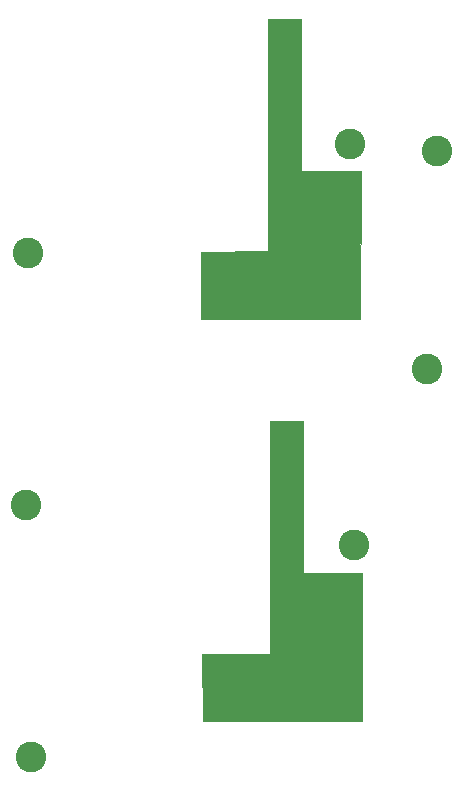
<source format=gbr>
%TF.GenerationSoftware,KiCad,Pcbnew,5.1.6-c6e7f7d~87~ubuntu18.04.1*%
%TF.CreationDate,2021-01-11T16:49:14+13:00*%
%TF.ProjectId,Dual Output Converter,4475616c-204f-4757-9470-757420436f6e,rev?*%
%TF.SameCoordinates,Original*%
%TF.FileFunction,Copper,L2,Bot*%
%TF.FilePolarity,Positive*%
%FSLAX46Y46*%
G04 Gerber Fmt 4.6, Leading zero omitted, Abs format (unit mm)*
G04 Created by KiCad (PCBNEW 5.1.6-c6e7f7d~87~ubuntu18.04.1) date 2021-01-11 16:49:14*
%MOMM*%
%LPD*%
G01*
G04 APERTURE LIST*
%TA.AperFunction,NonConductor*%
%ADD10C,0.100000*%
%TD*%
%TA.AperFunction,ComponentPad*%
%ADD11C,2.600000*%
%TD*%
%TA.AperFunction,Conductor*%
%ADD12R,2.950000X4.500000*%
%TD*%
%TA.AperFunction,ViaPad*%
%ADD13C,0.600000*%
%TD*%
G04 APERTURE END LIST*
D10*
G36*
X92303600Y-98044000D02*
G01*
X92278200Y-102387400D01*
X97332800Y-102387400D01*
X97307400Y-114909600D01*
X83820000Y-114909600D01*
X83794600Y-109220000D01*
X89484200Y-109194600D01*
X89509600Y-93218000D01*
X89509600Y-89509600D01*
X92303600Y-89509600D01*
X92303600Y-98044000D01*
G37*
X92303600Y-98044000D02*
X92278200Y-102387400D01*
X97332800Y-102387400D01*
X97307400Y-114909600D01*
X83820000Y-114909600D01*
X83794600Y-109220000D01*
X89484200Y-109194600D01*
X89509600Y-93218000D01*
X89509600Y-89509600D01*
X92303600Y-89509600D01*
X92303600Y-98044000D01*
G36*
X92151200Y-63982600D02*
G01*
X92125800Y-68326000D01*
X97180400Y-68326000D01*
X97155000Y-80848200D01*
X83667600Y-80848200D01*
X83642200Y-75158600D01*
X89331800Y-75133200D01*
X89357200Y-59156600D01*
X89357200Y-55448200D01*
X92151200Y-55448200D01*
X92151200Y-63982600D01*
G37*
X92151200Y-63982600D02*
X92125800Y-68326000D01*
X97180400Y-68326000D01*
X97155000Y-80848200D01*
X83667600Y-80848200D01*
X83642200Y-75158600D01*
X89331800Y-75133200D01*
X89357200Y-59156600D01*
X89357200Y-55448200D01*
X92151200Y-55448200D01*
X92151200Y-63982600D01*
D11*
%TO.P,J1,1*%
%TO.N,Net-(C3-Pad1)*%
X103632000Y-66624200D03*
%TD*%
%TO.P,J2,1*%
%TO.N,Net-(C2-Pad1)*%
X68986400Y-75285600D03*
%TD*%
%TO.P,J3,1*%
%TO.N,Net-(C2-Pad2)*%
X102819200Y-85064600D03*
%TD*%
%TO.P,J4,1*%
%TO.N,Net-(C2-Pad2)*%
X68884800Y-96621600D03*
%TD*%
%TO.P,J5,1*%
%TO.N,Net-(C6-Pad2)*%
X69316600Y-117932200D03*
%TD*%
%TO.P,J6,1*%
%TO.N,Net-(J6-Pad1)*%
X96291400Y-66014600D03*
%TD*%
%TO.P,J7,1*%
%TO.N,Net-(J7-Pad1)*%
X96647000Y-99961200D03*
%TD*%
D12*
%TO.N,Net-(C2-Pad2)*%
%TO.C,U1*%
X90805000Y-61442600D03*
D13*
X90205000Y-59642600D03*
X90205000Y-60842600D03*
X91405000Y-60842600D03*
X91405000Y-59642600D03*
X90205000Y-63242600D03*
X90205000Y-62142600D03*
X91405000Y-62142600D03*
X91405000Y-63242600D03*
%TD*%
%TO.N,Net-(C6-Pad2)*%
%TO.C,U2*%
X91557400Y-97367000D03*
X91557400Y-96267000D03*
X90357400Y-96267000D03*
X90357400Y-97367000D03*
X91557400Y-93767000D03*
X91557400Y-94967000D03*
X90357400Y-94967000D03*
X90357400Y-93767000D03*
D12*
X90957400Y-95567000D03*
%TD*%
M02*

</source>
